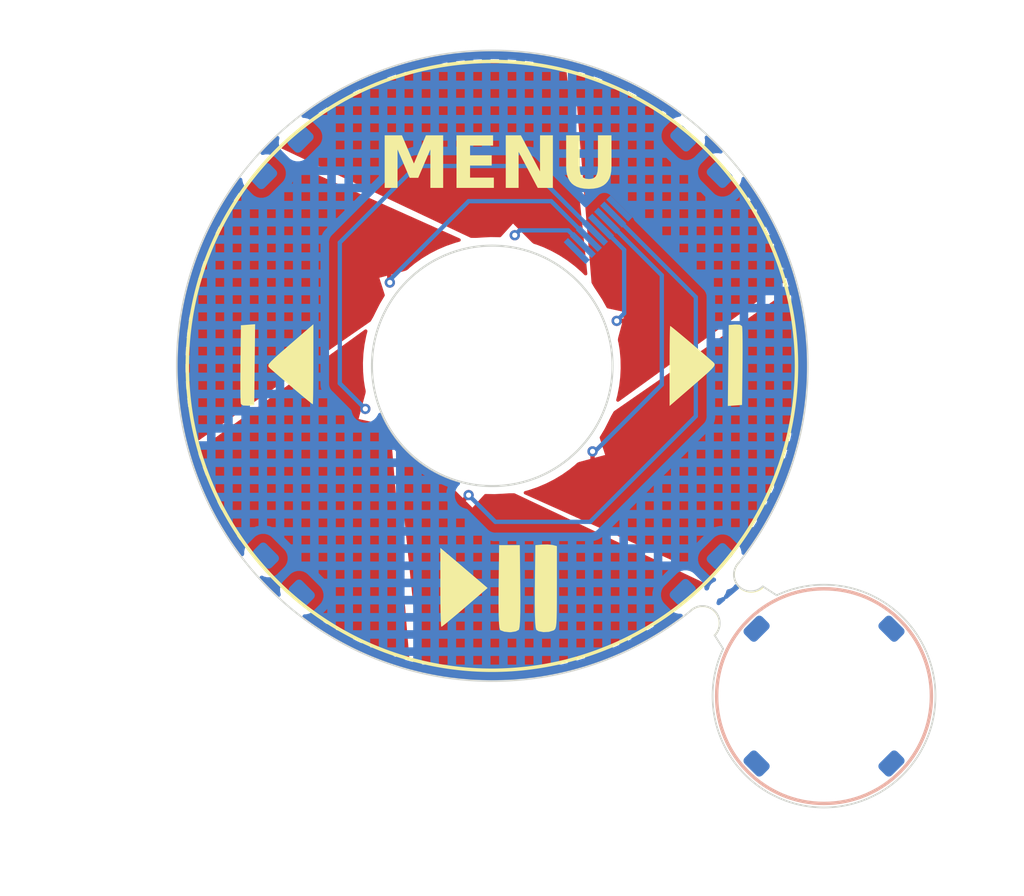
<source format=kicad_pcb>
(kicad_pcb (version 20221018) (generator pcbnew)
  (layers (0 "F.Cu" signal) (31 "B.Cu" signal) (34 "B.Paste" user) (35 "F.Paste" user) (36 "B.SilkS" user "B.Silkscreen") (37 "F.SilkS" user "F.Silkscreen") (38 "B.Mask" user) (39 "F.Mask" user) (44 "Edge.Cuts" user))
  (net 0 "")
  (net 2 "Net-(J1-Pin_2)")
  (net 3 "Net-(J1-Pin_3)")
  (net 4 "Net-(J1-Pin_4)")
  (net 5 "Net-(J1-Pin_5)")
  (net 6 "Net-(J1-Pin_6)")
  (net 7 "Net-(J1-Pin_7)")
  (net 8 "unconnected-(J1-Pin_8-Pad8)")
  (footprint "LOGO" (layer "F.Cu") (at 201.3 113.1)
    (fp_text reference "G***" hide)
    (fp_text value "LOGO" hide)
    (fp_poly (pts (xy -0.424833 0.037686) (xy -0.418981 0.8971) (xy -0.423219 1.567107) (xy -0.43793 2.058857) (xy -0.463501 2.3835) (xy -0.500316 2.552185) (xy -0.512422 2.572666) (xy -0.682579 2.661165) (xy -0.966169 2.708015) (xy -1.05415 2.710672) (xy -1.354023 2.67943) (xy -1.564655 2.600376) (xy -1.595878 2.572666) (xy -1.635843 2.444785) (xy -1.664457 2.164002) (xy -1.682107 1.719168) (xy -1.689177 1.099134) (xy -1.686053 0.292749) (xy -1.683467 0.037686) (xy -1.656522 -2.359288) (xy -1.05415 -2.359288) (xy -0.451778 -2.359288)) (fill solid) (layer "F.SilkS"))
    (fp_poly (pts (xy 1.442653 -2.370734) (xy 1.47126 -2.364361) (xy 1.70672 -2.305265) (xy 1.70672 0.098776) (xy 1.705908 0.855922) (xy 1.7022 1.436959) (xy 1.693684 1.866568) (xy 1.678449 2.169427) (xy 1.654585 2.370218) (xy 1.62018 2.493619) (xy 1.573324 2.56431) (xy 1.512529 2.606745) (xy 1.240315 2.689815) (xy 0.922491 2.704592) (xy 0.644754 2.653994) (xy 0.512423 2.572666) (xy 0.472458 2.444785) (xy 0.443843 2.164002) (xy 0.426193 1.719168) (xy 0.419123 1.099134) (xy 0.422248 0.292749) (xy 0.424833 0.037686) (xy 0.451779 -2.359288) (xy 0.84379 -2.391373) (xy 1.166367 -2.397589)) (fill solid) (layer "F.SilkS"))
  )
  (footprint "p:mouse-bite-2mm-slot" (layer "F.Cu") (at 212.894915 113.873489 -135)
    (fp_text reference "mouse-bite-2mm-slot" hide)
    (fp_text value "VAL**" hide)
    (fp_arc (start -2 -1) (mid -1 -0.000001) (end -2 1) (stroke (width 0.1)) (layer "F.SilkS"))
    (fp_arc (start 2 1) (mid 1 0.000001) (end 2 -1) (stroke (width 0.1)) (layer "F.SilkS"))
    (pad "" np_thru_hole circle (at -0.75 -0.75 225) (size 0.5 0.5) (drill 0.5) (layers "F&B.Cu" "*.Mask"))
    (pad "" np_thru_hole circle (at -0.75 0.75 225) (size 0.5 0.5) (drill 0.5) (layers "F&B.Cu" "*.Mask"))
    (pad "" np_thru_hole circle (at 0 -0.75 225) (size 0.5 0.5) (drill 0.5) (layers "F&B.Cu" "*.Mask"))
    (pad "" np_thru_hole circle (at 0 0.75 225) (size 0.5 0.5) (drill 0.5) (layers "F&B.Cu" "*.Mask"))
    (pad "" np_thru_hole circle (at 0.75 -0.75 225) (size 0.5 0.5) (drill 0.5) (layers "F&B.Cu" "*.Mask"))
    (pad "" np_thru_hole circle (at 0.75 0.75 225) (size 0.5 0.5) (drill 0.5) (layers "F&B.Cu" "*.Mask"))
  )
  (footprint "Button_Switch_SMD:clickwheel6" (layer "F.Cu") (at 199.226541 100.318252 45)
    (fp_text reference "J2" hide)
    (fp_text value "Clickwheel" hide)
    (fp_poly (pts (xy -15.450345 8.502868) (xy -15.721051 8.029016) (xy -15.867543 7.695168) (xy -16.217441 6.929077) (xy -16.530506 6.147211) (xy -16.80603 5.351339) (xy -17.043387 4.543264) (xy -17.242043 3.724815) (xy -17.401545 2.897843) (xy -17.521534 2.064221) (xy -17.601739 1.225835) (xy -17.641977 0.384583) (xy -17.642158 -0.45763) (xy -17.60228 -1.2989) (xy -17.522435 -2.13732) (xy -17.402803 -2.970993) (xy -17.243655 -3.798034) (xy -17.045351 -4.616569) (xy -16.80834 -5.424745) (xy -16.533158 -6.220735) (xy -16.220428 -7.002735) (xy -15.870859 -7.768975) (xy -15.485241 -8.517722) (xy -15.46199 -8.517301) (xy -3.752443 -6.63577) (xy -3.981833 -6.500738) (xy -4.423145 -6.203017) (xy -4.842589 -5.875205) (xy -5.238116 -5.5189) (xy -5.607793 -5.135843) (xy -5.949817 -4.727905) (xy -6.262517 -4.297077) (xy -6.871797 -5.341153) (xy -8.430643 -4.441153) (xy -7.730643 -3.228718) (xy -7.191841 -2.388401) (xy -7.338127 -1.876546) (xy -7.448311 -1.355726) (xy -7.510066 -1.046667) (xy -7.546669 -0.910064) (xy -7.583271 -0.773462)) (stroke (width 0.2)) (fill solid) (layer "F.Cu"))
    (fp_poly (pts (xy -15.119702 -9.10723) (xy -14.844687 -9.578594) (xy -14.628812 -9.872384) (xy -14.140307 -10.55845) (xy -13.619724 -11.220505) (xy -13.068241 -11.857052) (xy -12.487106 -12.466646) (xy -11.877636 -13.047912) (xy -11.241208 -13.599531) (xy -10.579265 -14.120256) (xy -9.893304 -14.608908) (xy -9.184877 -15.064381) (xy -8.455589 -15.485644) (xy -7.70709 -15.871744) (xy -6.941074 -16.221806) (xy -6.159276 -16.535038) (xy -5.363464 -16.810733) (xy -4.55544 -17.048264) (xy -3.737033 -17.247094) (xy -2.910095 -17.406775) (xy -2.076498 -17.526943) (xy -1.23813 -17.607327) (xy -0.396886 -17.647745) (xy -0.385626 -17.627399) (xy 3.839694 -6.545868) (xy 3.608057 -6.677009) (xy 3.129568 -6.910337) (xy 2.635952 -7.10968) (xy 2.129619 -7.274064) (xy 1.613044 -7.402685) (xy 1.088747 -7.494918) (xy 0.559289 -7.55031) (xy 1.158846 -8.6) (xy -0.4 -9.5) (xy -1.1 -8.287565) (xy -1.558335 -7.40079) (xy -2.074757 -7.27155) (xy -2.580893 -7.106562) (xy -2.879423 -7.005514) (xy -3.016026 -6.968911) (xy -3.152628 -6.932309)) (stroke (width 0.2)) (fill solid) (layer "F.Cu"))
    (fp_poly (pts (xy -0.291155 17.671313) (xy -0.836876 17.668826) (xy -1.199243 17.628767) (xy -2.037646 17.548743) (xy -2.871294 17.428932) (xy -3.698301 17.269607) (xy -4.516793 17.071126) (xy -5.324919 16.833943) (xy -6.120849 16.55859) (xy -6.902782 16.245693) (xy -7.668947 15.895959) (xy -8.417612 15.51018) (xy -9.14708 15.089229) (xy -9.855702 14.63406) (xy -10.541873 14.145702) (xy -11.204039 13.625261) (xy -11.840703 13.073915) (xy -12.450423 12.492911) (xy -13.031819 11.883565) (xy -13.583575 11.247256) (xy -14.104443 10.585424) (xy -14.593241 9.899568) (xy -15.048866 9.191238) (xy -15.036876 9.171314) (xy -7.552649 -0.028686) (xy -7.550402 0.237488) (xy -7.513225 0.768536) (xy -7.439053 1.295691) (xy -7.328247 1.81638) (xy -7.181349 2.328058) (xy -6.999077 2.828229) (xy -6.782318 3.314449) (xy -7.991155 3.320062) (xy -7.991155 5.120063) (xy -6.591155 5.120063) (xy -5.594018 5.073605) (xy -5.223882 5.45622) (xy -4.82793 5.812052) (xy -4.591155 6.020063) (xy -4.491155 6.120063) (xy -4.391155 6.220063)) (stroke (width 0.2)) (fill solid) (layer "F.Cu"))
    (fp_poly (pts (xy 0.4 -17.651251) (xy 0.945721 -17.648763) (xy 1.308088 -17.608705) (xy 2.146491 -17.52868) (xy 2.980139 -17.408869) (xy 3.807146 -17.249544) (xy 4.625638 -17.051064) (xy 5.433764 -16.81388) (xy 6.229694 -16.538527) (xy 7.011626 -16.22563) (xy 7.777792 -15.875896) (xy 8.526457 -15.490117) (xy 9.255925 -15.069167) (xy 9.964547 -14.613997) (xy 10.650718 -14.125639) (xy 11.312884 -13.605198) (xy 11.949548 -13.053852) (xy 12.559268 -12.472848) (xy 13.140664 -11.863502) (xy 13.69242 -11.227193) (xy 14.213287 -10.565361) (xy 14.702086 -9.879505) (xy 15.157711 -9.171176) (xy 15.145721 -9.151251) (xy 7.661494 0.048749) (xy 7.659247 -0.217425) (xy 7.62207 -0.748473) (xy 7.547898 -1.275628) (xy 7.437092 -1.796317) (xy 7.290194 -2.307995) (xy 7.107921 -2.808166) (xy 6.891163 -3.294386) (xy 8.1 -3.3) (xy 8.1 -5.1) (xy 6.7 -5.1) (xy 5.702863 -5.053542) (xy 5.332727 -5.436157) (xy 4.936775 -5.791989) (xy 4.7 -6) (xy 4.6 -6.1) (xy 4.5 -6.2)) (stroke (width 0.2)) (fill solid) (layer "F.Cu"))
    (fp_poly (pts (xy 15.124958 9.15261) (xy 14.849943 9.623974) (xy 14.634068 9.917764) (xy 14.145563 10.60383) (xy 13.62498 11.265885) (xy 13.073497 11.902432) (xy 12.492362 12.512027) (xy 11.882892 13.093292) (xy 11.246464 13.644911) (xy 10.584521 14.165636) (xy 9.89856 14.654288) (xy 9.190133 15.109761) (xy 8.460846 15.531024) (xy 7.712346 15.917124) (xy 6.94633 16.267186) (xy 6.164532 16.580418) (xy 5.36872 16.856113) (xy 4.560696 17.093644) (xy 3.742289 17.292474) (xy 2.915351 17.452155) (xy 2.081754 17.572323) (xy 1.243386 17.652707) (xy 0.402143 17.693125) (xy 0.390882 17.672779) (xy -3.834438 6.591248) (xy -3.602801 6.72239) (xy -3.124312 6.955717) (xy -2.630696 7.15506) (xy -2.124363 7.319444) (xy -1.607788 7.448065) (xy -1.083491 7.540298) (xy -0.554033 7.59569) (xy -1.15359 8.64538) (xy 0.405256 9.54538) (xy 1.105256 8.332945) (xy 1.563591 7.44617) (xy 2.080013 7.31693) (xy 2.586149 7.151942) (xy 2.884679 7.050894) (xy 3.021282 7.014291) (xy 3.157884 6.977689)) (stroke (width 0.2)) (fill solid) (layer "F.Cu"))
    (fp_poly (pts (xy 15.48547 -8.559856) (xy 15.756176 -8.086005) (xy 15.902668 -7.752156) (xy 16.252566 -6.986066) (xy 16.565631 -6.2042) (xy 16.841155 -5.408328) (xy 17.078512 -4.600253) (xy 17.277168 -3.781804) (xy 17.43667 -2.954832) (xy 17.55666 -2.12121) (xy 17.636864 -1.282824) (xy 17.677102 -0.441572) (xy 17.677282 0.400642) (xy 17.637405 1.241911) (xy 17.55756 2.080331) (xy 17.437928 2.914004) (xy 17.27878 3.741045) (xy 17.080476 4.55958) (xy 16.843465 5.367756) (xy 16.568283 6.163746) (xy 16.255554 6.945746) (xy 15.905984 7.711986) (xy 15.520365 8.460734) (xy 15.497115 8.460312) (xy 3.787568 6.578781) (xy 4.016958 6.443748) (xy 4.45827 6.146028) (xy 4.877714 5.818216) (xy 5.273241 5.461911) (xy 5.642918 5.078854) (xy 5.984943 4.670916) (xy 6.297642 4.240088) (xy 6.906922 5.284165) (xy 8.465768 4.384164) (xy 7.765768 3.171729) (xy 7.226966 2.331412) (xy 7.373252 1.819557) (xy 7.483436 1.298737) (xy 7.545191 0.989678) (xy 7.581794 0.853075) (xy 7.618396 0.716473)) (stroke (width 0.2)) (fill solid) (layer "F.Cu"))
    (fp_circle (center 0.024871 0.001409) (end -3.475129 -6.060769) (stroke (width 0.12)) (fill none) (layer "Edge.Cuts"))
    (pad "1" smd roundrect (at 7.5 -4.2 135) (size 2.286 1.524) (layers "F.Cu") (net 2 "Net-(J1-Pin_2)"))
    (pad "2" smd roundrect (at 7.386345 4.314549 75) (size 2.286 1.524) (layers "F.Cu") (net 5 "Net-(J1-Pin_5)"))
    (pad "3" smd roundrect (at -0.074167 8.575765 15) (size 2.286 1.524) (layers "F.Cu") (net 6 "Net-(J1-Pin_6)"))
    (pad "4" smd roundrect (at -7.391155 4.220063 315) (size 2.286 1.524) (layers "F.Cu") (net 7 "Net-(J1-Pin_7)"))
    (pad "5" smd roundrect (at -7.35122 -4.371538 255) (size 2.286 1.524) (layers "F.Cu") (net 4 "Net-(J1-Pin_4)"))
    (pad "6" smd roundrect (at 0.079423 -8.530385 195) (size 2.286 1.524) (layers "F.Cu") (net 3 "Net-(J1-Pin_3)"))
  )
  (footprint "LOGO" (layer "F.Cu") (at 186.8 100.216355)
    (fp_text reference "G***" hide)
    (fp_text value "LOGO" hide)
    (fp_poly (pts (xy -1.379752 0.018577) (xy -1.405725 2.375191) (xy -1.770054 2.405326) (xy -2.059218 2.393336) (xy -2.183954 2.306281) (xy -2.197048 2.1757) (xy -2.206579 1.880456) (xy -2.212255 1.449753) (xy -2.213786 0.912794) (xy -2.21088 0.298782) (xy -2.207411 -0.050572) (xy -2.181298 -2.278245) (xy -1.767538 -2.30814) (xy -1.353779 -2.338036)) (fill solid) (layer "F.SilkS"))
    (fp_poly (pts (xy 2.035878 -0.00519) (xy 2.034545 0.644064) (xy 2.030801 1.223767) (xy 2.025028 1.707454) (xy 2.017605 2.068662) (xy 2.008914 2.280925) (xy 2.002296 2.326717) (xy 1.920739 2.267392) (xy 1.71757 2.103656) (xy 1.418744 1.856865) (xy 1.050219 1.548378) (xy 0.8147 1.349546) (xy 0.402263 0.99891) (xy 0.030827 0.680535) (xy -0.268991 0.420857) (xy -0.466571 0.246318) (xy -0.517739 0.198961) (xy -0.574311 0.133122) (xy -0.589424 0.061904) (xy -0.546066 -0.034099) (xy -0.427226 -0.174292) (xy -0.215892 -0.378083) (xy 0.104947 -0.664876) (xy 0.552305 -1.054078) (xy 0.669856 -1.155775) (xy 2.035878 -2.337098)) (fill solid) (layer "F.SilkS"))
  )
  (footprint "LOGO" (layer "F.Cu") (at 197.752595 113.017511)
    (fp_text reference "G***" hide)
    (fp_text value "LOGO" hide)
    (fp_poly (pts (xy -1.217481 -1.857041) (xy -1.031846 -1.700221) (xy -0.737184 -1.450278) (xy -0.369773 -1.138023) (xy 0.034114 -0.794269) (xy 0.157743 -0.688947) (xy 1.22263 0.218459) (xy -0.095892 1.350583) (xy -0.518967 1.7113) (xy -0.892021 2.024533) (xy -1.191145 2.270601) (xy -1.392427 2.429819) (xy -1.471117 2.482707) (xy -1.486893 2.391561) (xy -1.500981 2.135487) (xy -1.512739 1.740531) (xy -1.521524 1.232742) (xy -1.526695 0.638164) (xy -1.52782 0.182489) (xy -1.52782 -2.117729)) (fill solid) (layer "F.SilkS"))
  )
  (footprint "LOGO" (layer "F.Cu") (at 211.6 100.3 180)
    (fp_text reference "G***" hide)
    (fp_text value "LOGO" hide)
    (fp_poly (pts (xy -1.379752 0.018577) (xy -1.405725 2.375191) (xy -1.770054 2.405326) (xy -2.059218 2.393336) (xy -2.183954 2.306281) (xy -2.197048 2.1757) (xy -2.206579 1.880456) (xy -2.212255 1.449753) (xy -2.213786 0.912794) (xy -2.21088 0.298782) (xy -2.207411 -0.050572) (xy -2.181298 -2.278245) (xy -1.767538 -2.30814) (xy -1.353779 -2.338036)) (fill solid) (layer "F.SilkS"))
    (fp_poly (pts (xy 2.035878 -0.00519) (xy 2.034545 0.644064) (xy 2.030801 1.223767) (xy 2.025028 1.707454) (xy 2.017605 2.068662) (xy 2.008914 2.280925) (xy 2.002296 2.326717) (xy 1.920739 2.267392) (xy 1.71757 2.103656) (xy 1.418744 1.856865) (xy 1.050219 1.548378) (xy 0.8147 1.349546) (xy 0.402263 0.99891) (xy 0.030827 0.680535) (xy -0.268991 0.420857) (xy -0.466571 0.246318) (xy -0.517739 0.198961) (xy -0.574311 0.133122) (xy -0.589424 0.061904) (xy -0.546066 -0.034099) (xy -0.427226 -0.174292) (xy -0.215892 -0.378083) (xy 0.104947 -0.664876) (xy 0.552305 -1.054078) (xy 0.669856 -1.155775) (xy 2.035878 -2.337098)) (fill solid) (layer "F.SilkS"))
  )
  (footprint "Capacitor_SMD:C_0805_2012Metric" (layer "B.Cu") (at 187.417858 86.458959 135)
    (fp_text reference "REF**" hide)
    (fp_text value "C_0805_2012Metric")
    (pad "1" smd roundrect locked (at -0.95 0 135) (size 1 1.45) (layers "B.Cu" "B.Paste" "B.Mask"))
  )
  (footprint "Capacitor_SMD:C_0805_2012Metric" (layer "B.Cu") (at 187.488568 114.177545 -135)
    (fp_text reference "REF**" hide)
    (fp_text value "C_0805_2012Metric")
    (pad "1" smd roundrect locked (at -0.95 0 225) (size 1 1.45) (layers "B.Cu" "B.Paste" "B.Mask"))
  )
  (footprint "Capacitor_SMD:C_0805_2012Metric" (layer "B.Cu") (at 213.955575 114.934149 135)
    (fp_text reference "REF**" hide)
    (fp_text value "C_0805_2012Metric")
    (pad "1" smd roundrect (at -0.95 0 135) (size 1 1.45) (layers "B.Cu" "B.Paste" "B.Mask"))
  )
  (footprint "Capacitor_SMD:C_0805_2012Metric" (layer "B.Cu") (at 211.035224 86.388248 45)
    (fp_text reference "REF**" hide)
    (fp_text value "C_0805_2012Metric")
    (pad "1" smd roundrect locked (at -0.95 0 45) (size 1 1.45) (layers "B.Cu" "B.Paste" "B.Mask"))
  )
  (footprint "Capacitor_SMD:C_0805_2012Metric" (layer "B.Cu") (at 223.147963 114.934149 45)
    (fp_text reference "REF**" hide)
    (fp_text value "C_0805_2012Metric")
    (pad "1" smd roundrect (at -0.95 0 45) (size 1 1.45) (layers "B.Cu" "B.Paste" "B.Mask"))
  )
  (footprint "Capacitor_SMD:C_0805_2012Metric" (layer "B.Cu") (at 213.156543 112.056224 -45)
    (fp_text reference "REF**" hide)
    (fp_text value "C_0805_2012Metric")
    (pad "1" smd roundrect locked (at -0.95 0 315) (size 1 1.45) (layers "B.Cu" "B.Paste" "B.Mask"))
  )
  (footprint "Capacitor_SMD:C_0805_2012Metric" (layer "B.Cu") (at 213.156544 88.509568 45)
    (fp_text reference "REF**" hide)
    (fp_text value "C_0805_2012Metric")
    (pad "1" smd roundrect locked (at -0.95 0 45) (size 1 1.45) (layers "B.Cu" "B.Paste" "B.Mask"))
  )
  (footprint "Capacitor_SMD:C_0805_2012Metric" (layer "B.Cu") (at 223.147963 124.126537 -45)
    (fp_text reference "REF**" hide)
    (fp_text value "C_0805_2012Metric")
    (pad "1" smd roundrect (at -0.95 0 315) (size 1 1.45) (layers "B.Cu" "B.Paste" "B.Mask"))
  )
  (footprint "Capacitor_SMD:C_0805_2012Metric" (layer "B.Cu") (at 210.999867 114.142189 -45)
    (fp_text reference "REF**" hide)
    (fp_text value "C_0805_2012Metric")
    (pad "1" smd roundrect locked (at -0.95 0 315) (size 1 1.45) (layers "B.Cu" "B.Paste" "B.Mask"))
  )
  (footprint "Capacitor_SMD:C_0805_2012Metric" (layer "B.Cu") (at 185.402603 112.020869 -135)
    (fp_text reference "REF**" hide)
    (fp_text value "C_0805_2012Metric")
    (pad "1" smd roundrect locked (at -0.95 0 225) (size 1 1.45) (layers "B.Cu" "B.Paste" "B.Mask"))
  )
  (footprint "f:0.5-8P CTXJ-H2.0 119" (layer "B.Cu") (at 206.990573 93.968433 45)
    (fp_text reference "J1" hide)
    (fp_text value "Conn_01x08_Socket" hide)
    (pad "1" smd rect locked (at -1.75 -2.25 45) (size 0.35 1.8) (layers "B.Cu" "B.Paste" "B.Mask"))
    (pad "2" smd rect locked (at -1.25 -2.25 45) (size 0.35 1.8) (layers "B.Cu" "B.Paste" "B.Mask") (net 2 "Net-(J1-Pin_2)"))
    (pad "3" smd rect locked (at -0.75 -2.25 45) (size 0.35 1.8) (layers "B.Cu" "B.Paste" "B.Mask") (net 3 "Net-(J1-Pin_3)"))
    (pad "4" smd rect locked (at -0.25 -2.25 45) (size 0.35 1.8) (layers "B.Cu" "B.Paste" "B.Mask") (net 4 "Net-(J1-Pin_4)"))
    (pad "5" smd rect locked (at 0.25 -2.25 45) (size 0.35 1.8) (layers "B.Cu" "B.Paste" "B.Mask") (net 5 "Net-(J1-Pin_5)"))
    (pad "6" smd rect locked (at 0.75 -2.25 45) (size 0.35 1.8) (layers "B.Cu" "B.Paste" "B.Mask") (net 6 "Net-(J1-Pin_6)"))
    (pad "7" smd rect locked (at 1.25 -2.25 45) (size 0.35 1.8) (layers "B.Cu" "B.Paste" "B.Mask") (net 7 "Net-(J1-Pin_7)"))
    (pad "8" smd rect locked (at 1.75 -2.25 45) (size 0.35 1.8) (layers "B.Cu" "B.Paste" "B.Mask") (net 8 "unconnected-(J1-Pin_8-Pad8)"))
  )
  (footprint "Capacitor_SMD:C_0805_2012Metric" (layer "B.Cu") (at 213.955575 124.126537 -135)
    (fp_text reference "REF**" hide)
    (fp_text value "C_0805_2012Metric")
    (pad "1" smd roundrect (at -0.95 0 225) (size 1 1.45) (layers "B.Cu" "B.Paste" "B.Mask"))
  )
  (footprint "Capacitor_SMD:C_0805_2012Metric" (layer "B.Cu") (at 185.296537 88.580279 135)
    (fp_text reference "REF**" hide)
    (fp_text value "C_0805_2012Metric")
    (pad "1" smd roundrect locked (at -0.95 0 135) (size 1 1.45) (layers "B.Cu" "B.Paste" "B.Mask"))
  )
  (gr_circle (center 218.551769 119.530343) (end 224.801768 119.530343) (stroke (width 0.2)) (fill none) (layer "B.SilkS"))
  (gr_circle (center 218.551769 119.530343) (end 222.971186 123.94976) (stroke (width 0.15)) (fill none) (layer "F.SilkS"))
  (gr_circle (center 199.225 100.3) (end 216.950282 100.3) (stroke (width 0.2)) (fill none) (layer "F.SilkS"))
  (gr_arc (start 210.773595 114.580595) (mid 212.187808 114.580596) (end 212.187808 115.994809) (stroke (width 0.1)) (layer "Edge.Cuts"))
  (gr_arc (start 210.773595 114.580595) (mid 199.150005 118.653337) (end 187.569263 114.460307) (stroke (width 0.1)) (layer "Edge.Cuts"))
  (gr_arc (start 187.569251 114.46032) (mid 186.092402 113.10008) (end 184.772988 111.586645) (stroke (width 0.1)) (layer "Edge.Cuts"))
  (gr_arc (start 212.364585 121.474886) (mid 212.080924 119.093704) (end 212.681911 116.772217) (stroke (width 0.1)) (layer "Edge.Cuts"))
  (gr_arc (start 184.793559 88.975338) (mid 186.119353 87.462368) (end 187.602702 86.103515) (stroke (width 0.1)) (layer "Edge.Cuts"))
  (gr_arc (start 215.794053 113.661357) (mid 225.021653 119.093769) (end 216.607515 125.716607) (stroke (width 0.1)) (layer "Edge.Cuts"))
  (gr_arc (start 184.772988 111.586645) (mid 180.88907 100.277449) (end 184.793559 88.975338) (stroke (width 0.1)) (layer "Edge.Cuts"))
  (gr_arc (start 214.983363 113.137228) (mid 213.597425 113.136387) (end 213.599867 111.750451) (stroke (width 0.1)) (layer "Edge.Cuts"))
  (gr_arc (start 216.607515 125.716607) (mid 213.966467 124.115645) (end 212.365505 121.474597) (stroke (width 0.1)) (layer "Edge.Cuts"))
  (gr_arc (start 187.602702 86.103515) (mid 212.140104 87.230592) (end 213.599866 111.75045) (stroke (width 0.1)) (layer "Edge.Cuts"))
  (gr_line (start 214.983363 113.137228) (end 215.794053 113.661357) (stroke (width 0.1)) (layer "Edge.Cuts"))
  (gr_line (start 212.187808 115.994809) (end 212.682783 116.772626) (stroke (width 0.1)) (layer "Edge.Cuts"))
  (gr_text "MENU" (at 192.6 90.45) (layer "F.SilkS") (effects (font (size 3 3)) (justify left bottom)))
  (segment (start 201.20644 92.045102) (end 201.559993 92.045102) (width 0.25) (layer "F.Cu") (net 2))
  (segment (start 200.555902 92.695641) (end 201.20644 92.045102) (width 0.25) (layer "F.Cu") (net 2))
  (via (at 200.555902 92.695641) (size 0.6) (drill 0.3) (layers "F.Cu" "B.Cu") (net 2))
  (segment (start 200.555902 92.695641) (end 200.838744 92.412798) (width 0.25) (layer "B.Cu") (net 2))
  (segment (start 200.555902 92.695641) (end 200.697323 92.695641) (width 0.25) (layer "B.Cu") (net 2))
  (segment (start 203.667171 92.412798) (end 204.515699 93.261326) (width 0.25) (layer "B.Cu") (net 2))
  (segment (start 200.838744 92.412798) (end 203.667171 92.412798) (width 0.25) (layer "B.Cu") (net 2))
  (segment (start 193.285663 95.449229) (end 193.250808 95.414374) (width 0.25) (layer "F.Cu") (net 3))
  (segment (start 193.250808 95.414374) (end 193.250808 94.230198) (width 0.25) (layer "F.Cu") (net 3))
  (via (at 193.285663 95.449229) (size 0.6) (drill 0.3) (layers "F.Cu" "B.Cu") (net 3))
  (segment (start 193.285663 95.449229) (end 193.285663 95.298974) (width 0.25) (layer "B.Cu") (net 3))
  (segment (start 193.285663 95.449229) (end 193.414123 95.320769) (width 0.25) (layer "B.Cu") (net 3))
  (segment (start 193.285663 95.298974) (end 197.868896 90.715742) (width 0.25) (layer "B.Cu") (net 3))
  (segment (start 202.677222 90.715742) (end 204.869253 92.907773) (width 0.25) (layer "B.Cu") (net 3))
  (segment (start 197.868896 90.715742) (end 202.677222 90.715742) (width 0.25) (layer "B.Cu") (net 3))
  (segment (start 193.414123 95.320769) (end 193.414123 95.311936) (width 0.25) (layer "B.Cu") (net 3))
  (segment (start 191.858488 102.807268) (end 191.476425 102.425205) (width 0.25) (layer "F.Cu") (net 4))
  (segment (start 191.476425 102.425205) (end 190.937299 102.425205) (width 0.25) (layer "F.Cu") (net 4))
  (via (at 191.858488 102.807268) (size 0.6) (drill 0.3) (layers "F.Cu" "B.Cu") (net 4))
  (segment (start 190.373564 93.119905) (end 194.828337 88.665132) (width 0.25) (layer "B.Cu") (net 4))
  (segment (start 190.373564 101.322343) (end 190.373564 93.119905) (width 0.25) (layer "B.Cu") (net 4))
  (segment (start 194.828337 88.665132) (end 201.333719 88.665132) (width 0.25) (layer "B.Cu") (net 4))
  (segment (start 191.858488 102.807268) (end 190.373564 101.322343) (width 0.25) (layer "B.Cu") (net 4))
  (segment (start 191.929199 102.736557) (end 191.929199 102.736557) (width 0.25) (layer "B.Cu") (net 4))
  (segment (start 191.787777 102.736557) (end 191.787777 102.736557) (width 0.25) (layer "B.Cu") (net 4))
  (segment (start 191.858488 102.807268) (end 191.929199 102.736557) (width 0.25) (layer "B.Cu") (net 4))
  (segment (start 201.333719 88.665132) (end 205.222806 92.554219) (width 0.25) (layer "B.Cu") (net 4))
  (segment (start 206.48751 97.682385) (end 207.036543 97.682385) (width 0.25) (layer "F.Cu") (net 5))
  (segment (start 207.036543 97.682385) (end 207.500322 98.146164) (width 0.25) (layer "F.Cu") (net 5))
  (via (at 206.48751 97.682385) (size 0.6) (drill 0.3) (layers "F.Cu" "B.Cu") (net 5))
  (segment (start 206.48751 97.682385) (end 206.919863 97.250032) (width 0.25) (layer "B.Cu") (net 5))
  (segment (start 206.919863 97.250032) (end 206.919863 93.544169) (width 0.25) (layer "B.Cu") (net 5))
  (segment (start 206.919863 93.544169) (end 205.57636 92.200666) (width 0.25) (layer "B.Cu") (net 5))
  (segment (start 205.081385 105.282141) (end 205.081385 106.277984) (width 0.25) (layer "F.Cu") (net 6))
  (segment (start 205.081385 106.277984) (end 205.238078 106.434677) (width 0.25) (layer "F.Cu") (net 6))
  (via (at 205.081385 105.282141) (size 0.6) (drill 0.3) (layers "F.Cu" "B.Cu") (net 6))
  (segment (start 209.111894 101.393054) (end 209.111894 95.029093) (width 0.25) (layer "B.Cu") (net 6))
  (segment (start 205.081385 105.282141) (end 205.222806 105.282141) (width 0.25) (layer "B.Cu") (net 6))
  (segment (start 205.222806 105.282141) (end 209.111894 101.393054) (width 0.25) (layer "B.Cu") (net 6))
  (segment (start 209.111894 95.029093) (end 205.929913 91.847112) (width 0.25) (layer "B.Cu") (net 6))
  (segment (start 197.167999 108.528623) (end 196.98424 108.528623) (width 0.25) (layer "F.Cu") (net 7))
  (segment (start 197.868896 107.827726) (end 197.167999 108.528623) (width 0.25) (layer "F.Cu") (net 7))
  (via (at 197.868896 107.827726) (size 0.6) (drill 0.3) (layers "F.Cu" "B.Cu") (net 7))
  (segment (start 197.868896 107.827726) (end 199.424531 109.383361) (width 0.25) (layer "B.Cu") (net 7))
  (segment (start 211.091793 103.231532) (end 211.091793 96.301885) (width 0.25) (layer "B.Cu") (net 7))
  (segment (start 204.939964 109.383361) (end 211.091793 103.231532) (width 0.25) (layer "B.Cu") (net 7))
  (segment (start 211.091793 96.301885) (end 206.283466 91.493559) (width 0.25) (layer "B.Cu") (net 7))
  (segment (start 199.424531 109.383361) (end 204.939964 109.383361) (width 0.25) (layer "B.Cu") (net 7))
  (zone (net 0) (net_name "") (layer "B.Cu") (connect_pads (clearance 0)) (min_thickness 0.25)
    (keepout (tracks allowed) (vias allowed) (pads allowed) (copperpour not_allowed) (footprints allowed))
    (fill (mode hatch) (thermal_gap 0.5) (thermal_bridge_width 0.5) (island_removal_mode 1) (island_area_min 10) (hatch_thickness 0.5) (hatch_gap 0.5) (hatch_orientation 0) (hatch_border_algorithm hatch_thickness) (hatch_min_hole_area 0.3))
    (polygon (pts (xy 197.4 106.4) (xy 199.6 109) (xy 204.8 109) (xy 211 103.2) (xy 211 96.2) (xy 205.8 91) (xy 205.399583 92.377443) (xy 201.2 88.8) (xy 195 88.6) (xy 190.2 93.2) (xy 190.4 101.4) (xy 191.6 102.6) (xy 193.6 102.6)))
  )
  (zone (net 8) (net_name "unconnected-(J1-Pin_8-Pad8)") (layer "B.Cu") (connect_pads yes (clearance 0.5)) (min_thickness 0.25) (fill yes (mode hatch) (thermal_gap 0.5) (thermal_bridge_width 0.5) (island_removal_mode 1) (island_area_min 10) (hatch_thickness 0.5) (hatch_gap 0.5) (hatch_orientation 0) (hatch_border_algorithm hatch_thickness) (hatch_min_hole_area 0.3))
    (polygon (pts (xy 208 118) (xy 224.6 104) (xy 218.8 79) (xy 185.8 80.8) (xy 170.6 106.2) (xy 183.2 121.2)))
  )
)
</source>
